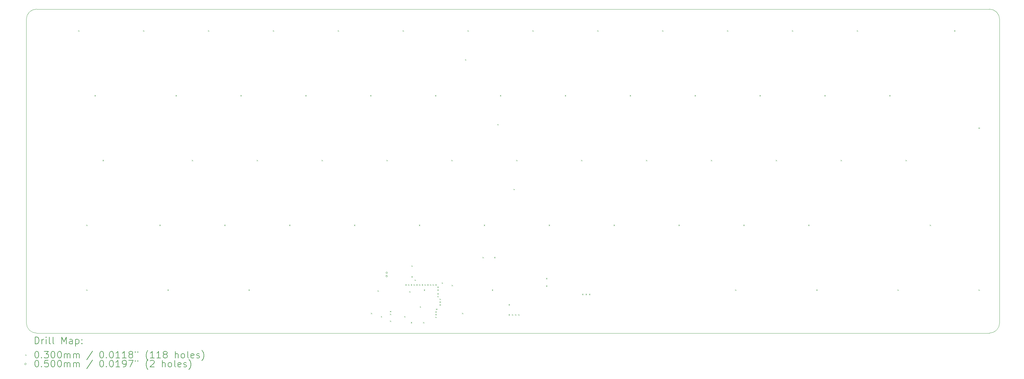
<source format=gbr>
%TF.GenerationSoftware,KiCad,Pcbnew,8.0.3*%
%TF.CreationDate,2024-10-19T17:43:03+08:00*%
%TF.ProjectId,PH60_Rev1,50483630-5f52-4657-9631-2e6b69636164,rev?*%
%TF.SameCoordinates,Original*%
%TF.FileFunction,Drillmap*%
%TF.FilePolarity,Positive*%
%FSLAX45Y45*%
G04 Gerber Fmt 4.5, Leading zero omitted, Abs format (unit mm)*
G04 Created by KiCad (PCBNEW 8.0.3) date 2024-10-19 17:43:03*
%MOMM*%
%LPD*%
G01*
G04 APERTURE LIST*
%ADD10C,0.050000*%
%ADD11C,0.200000*%
%ADD12C,0.100000*%
G04 APERTURE END LIST*
D10*
X31132500Y-2857500D02*
G75*
G02*
X31432500Y-3157500I0J-300000D01*
G01*
X3157500Y-12382500D02*
X31132500Y-12382500D01*
X31432500Y-12082500D02*
G75*
G02*
X31132500Y-12382500I-300000J0D01*
G01*
X2857500Y-3157500D02*
G75*
G02*
X3157500Y-2857500I300000J0D01*
G01*
X2857500Y-3157500D02*
X2857500Y-12082500D01*
X3157500Y-12382500D02*
G75*
G02*
X2857500Y-12082500I0J300000D01*
G01*
X31132500Y-2857500D02*
X3157500Y-2857500D01*
X31432500Y-12082500D02*
X31432500Y-3157500D01*
D11*
D12*
X4380000Y-3482500D02*
X4410000Y-3512500D01*
X4410000Y-3482500D02*
X4380000Y-3512500D01*
X4617500Y-9197500D02*
X4647500Y-9227500D01*
X4647500Y-9197500D02*
X4617500Y-9227500D01*
X4617500Y-11102500D02*
X4647500Y-11132500D01*
X4647500Y-11102500D02*
X4617500Y-11132500D01*
X4857500Y-5387500D02*
X4887500Y-5417500D01*
X4887500Y-5387500D02*
X4857500Y-5417500D01*
X5095000Y-7292500D02*
X5125000Y-7322500D01*
X5125000Y-7292500D02*
X5095000Y-7322500D01*
X6285000Y-3482500D02*
X6315000Y-3512500D01*
X6315000Y-3482500D02*
X6285000Y-3512500D01*
X6762500Y-9197500D02*
X6792500Y-9227500D01*
X6792500Y-9197500D02*
X6762500Y-9227500D01*
X7000000Y-11102500D02*
X7030000Y-11132500D01*
X7030000Y-11102500D02*
X7000000Y-11132500D01*
X7237500Y-5387500D02*
X7267500Y-5417500D01*
X7267500Y-5387500D02*
X7237500Y-5417500D01*
X7715000Y-7292500D02*
X7745000Y-7322500D01*
X7745000Y-7292500D02*
X7715000Y-7322500D01*
X8190000Y-3482500D02*
X8220000Y-3512500D01*
X8220000Y-3482500D02*
X8190000Y-3512500D01*
X8667500Y-9197500D02*
X8697500Y-9227500D01*
X8697500Y-9197500D02*
X8667500Y-9227500D01*
X9142500Y-5387500D02*
X9172500Y-5417500D01*
X9172500Y-5387500D02*
X9142500Y-5417500D01*
X9380000Y-11102500D02*
X9410000Y-11132500D01*
X9410000Y-11102500D02*
X9380000Y-11132500D01*
X9620000Y-7292500D02*
X9650000Y-7322500D01*
X9650000Y-7292500D02*
X9620000Y-7322500D01*
X10095000Y-3482500D02*
X10125000Y-3512500D01*
X10125000Y-3482500D02*
X10095000Y-3512500D01*
X10572500Y-9197500D02*
X10602500Y-9227500D01*
X10602500Y-9197500D02*
X10572500Y-9227500D01*
X11047500Y-5387500D02*
X11077500Y-5417500D01*
X11077500Y-5387500D02*
X11047500Y-5417500D01*
X11525000Y-7292500D02*
X11555000Y-7322500D01*
X11555000Y-7292500D02*
X11525000Y-7322500D01*
X12000000Y-3482500D02*
X12030000Y-3512500D01*
X12030000Y-3482500D02*
X12000000Y-3512500D01*
X12477500Y-9197500D02*
X12507500Y-9227500D01*
X12507500Y-9197500D02*
X12477500Y-9227500D01*
X12952500Y-5387500D02*
X12982500Y-5417500D01*
X12982500Y-5387500D02*
X12952500Y-5417500D01*
X12972500Y-11787500D02*
X13002500Y-11817500D01*
X13002500Y-11787500D02*
X12972500Y-11817500D01*
X13167500Y-11127500D02*
X13197500Y-11157500D01*
X13197500Y-11127500D02*
X13167500Y-11157500D01*
X13267500Y-11882500D02*
X13297500Y-11912500D01*
X13297500Y-11882500D02*
X13267500Y-11912500D01*
X13430000Y-7292500D02*
X13460000Y-7322500D01*
X13460000Y-7292500D02*
X13430000Y-7322500D01*
X13532500Y-11732500D02*
X13562500Y-11762500D01*
X13562500Y-11732500D02*
X13532500Y-11762500D01*
X13532500Y-11812500D02*
X13562500Y-11842500D01*
X13562500Y-11812500D02*
X13532500Y-11842500D01*
X13532500Y-12017500D02*
X13562500Y-12047500D01*
X13562500Y-12017500D02*
X13532500Y-12047500D01*
X13905000Y-3482500D02*
X13935000Y-3512500D01*
X13935000Y-3482500D02*
X13905000Y-3512500D01*
X13952500Y-11882500D02*
X13982500Y-11912500D01*
X13982500Y-11882500D02*
X13952500Y-11912500D01*
X13987498Y-10947500D02*
X14017498Y-10977500D01*
X14017498Y-10947500D02*
X13987498Y-10977500D01*
X14067499Y-10947500D02*
X14097499Y-10977500D01*
X14097499Y-10947500D02*
X14067499Y-10977500D01*
X14099670Y-11150330D02*
X14129670Y-11180330D01*
X14129670Y-11150330D02*
X14099670Y-11180330D01*
X14147499Y-10947500D02*
X14177499Y-10977500D01*
X14177499Y-10947500D02*
X14147499Y-10977500D01*
X14147500Y-12057500D02*
X14177500Y-12087500D01*
X14177500Y-12057500D02*
X14147500Y-12087500D01*
X14162500Y-10392500D02*
X14192500Y-10422500D01*
X14192500Y-10392500D02*
X14162500Y-10422500D01*
X14162500Y-10712500D02*
X14192500Y-10742500D01*
X14192500Y-10712500D02*
X14162500Y-10742500D01*
X14227499Y-10947500D02*
X14257499Y-10977500D01*
X14257499Y-10947500D02*
X14227499Y-10977500D01*
X14257500Y-10807500D02*
X14287500Y-10837500D01*
X14287500Y-10807500D02*
X14257500Y-10837500D01*
X14307500Y-10947500D02*
X14337500Y-10977500D01*
X14337500Y-10947500D02*
X14307500Y-10977500D01*
X14382500Y-9197500D02*
X14412500Y-9227500D01*
X14412500Y-9197500D02*
X14382500Y-9227500D01*
X14387500Y-10947500D02*
X14417500Y-10977500D01*
X14417500Y-10947500D02*
X14387500Y-10977500D01*
X14407500Y-11597500D02*
X14437500Y-11627500D01*
X14437500Y-11597500D02*
X14407500Y-11627500D01*
X14467500Y-10947500D02*
X14497500Y-10977500D01*
X14497500Y-10947500D02*
X14467500Y-10977500D01*
X14507500Y-12057500D02*
X14537500Y-12087500D01*
X14537500Y-12057500D02*
X14507500Y-12087500D01*
X14527500Y-11101124D02*
X14557500Y-11131124D01*
X14557500Y-11101124D02*
X14527500Y-11131124D01*
X14547501Y-10947500D02*
X14577501Y-10977500D01*
X14577501Y-10947500D02*
X14547501Y-10977500D01*
X14627501Y-10947500D02*
X14657501Y-10977500D01*
X14657501Y-10947500D02*
X14627501Y-10977500D01*
X14707501Y-10947500D02*
X14737501Y-10977500D01*
X14737501Y-10947500D02*
X14707501Y-10977500D01*
X14787501Y-10947500D02*
X14817501Y-10977500D01*
X14817501Y-10947500D02*
X14787501Y-10977500D01*
X14857500Y-5387500D02*
X14887500Y-5417500D01*
X14887500Y-5387500D02*
X14857500Y-5417500D01*
X14867500Y-11742500D02*
X14897500Y-11772500D01*
X14897500Y-11742500D02*
X14867500Y-11772500D01*
X14867500Y-11822500D02*
X14897500Y-11852500D01*
X14897500Y-11822500D02*
X14867500Y-11852500D01*
X14867500Y-11902501D02*
X14897500Y-11932501D01*
X14897500Y-11902501D02*
X14867500Y-11932501D01*
X14867502Y-10947500D02*
X14897502Y-10977500D01*
X14897502Y-10947500D02*
X14867502Y-10977500D01*
X14886021Y-11664673D02*
X14916021Y-11694673D01*
X14916021Y-11664673D02*
X14886021Y-11694673D01*
X14927500Y-11017500D02*
X14957500Y-11047500D01*
X14957500Y-11017500D02*
X14927500Y-11047500D01*
X14927500Y-11102353D02*
X14957500Y-11132353D01*
X14957500Y-11102353D02*
X14927500Y-11132353D01*
X14927500Y-11212499D02*
X14957500Y-11242499D01*
X14957500Y-11212499D02*
X14927500Y-11242499D01*
X14927500Y-11292499D02*
X14957500Y-11322499D01*
X14957500Y-11292499D02*
X14927500Y-11322499D01*
X14986969Y-11450910D02*
X15016969Y-11480910D01*
X15016969Y-11450910D02*
X14986969Y-11480910D01*
X14988211Y-11536789D02*
X15018211Y-11566789D01*
X15018211Y-11536789D02*
X14988211Y-11566789D01*
X14989275Y-11370943D02*
X15019275Y-11400943D01*
X15019275Y-11370943D02*
X14989275Y-11400943D01*
X15052500Y-10892500D02*
X15082500Y-10922500D01*
X15082500Y-10892500D02*
X15052500Y-10922500D01*
X15335000Y-7292500D02*
X15365000Y-7322500D01*
X15365000Y-7292500D02*
X15335000Y-7322500D01*
X15344852Y-10964853D02*
X15374852Y-10994853D01*
X15374852Y-10964853D02*
X15344852Y-10994853D01*
X15647500Y-11787500D02*
X15677500Y-11817500D01*
X15677500Y-11787500D02*
X15647500Y-11817500D01*
X15737500Y-4332500D02*
X15767500Y-4362500D01*
X15767500Y-4332500D02*
X15737500Y-4362500D01*
X15810000Y-3482500D02*
X15840000Y-3512500D01*
X15840000Y-3482500D02*
X15810000Y-3512500D01*
X16252500Y-10145000D02*
X16282500Y-10175000D01*
X16282500Y-10145000D02*
X16252500Y-10175000D01*
X16287500Y-9197500D02*
X16317500Y-9227500D01*
X16317500Y-9197500D02*
X16287500Y-9227500D01*
X16525000Y-11102500D02*
X16555000Y-11132500D01*
X16555000Y-11102500D02*
X16525000Y-11132500D01*
X16592500Y-10142500D02*
X16622500Y-10172500D01*
X16622500Y-10142500D02*
X16592500Y-10172500D01*
X16687500Y-6237500D02*
X16717500Y-6267500D01*
X16717500Y-6237500D02*
X16687500Y-6267500D01*
X16762500Y-5387500D02*
X16792500Y-5417500D01*
X16792500Y-5387500D02*
X16762500Y-5417500D01*
X17017500Y-11532500D02*
X17047500Y-11562500D01*
X17047500Y-11532500D02*
X17017500Y-11562500D01*
X17017500Y-11827500D02*
X17047500Y-11857500D01*
X17047500Y-11827500D02*
X17017500Y-11857500D01*
X17112500Y-11827500D02*
X17142500Y-11857500D01*
X17142500Y-11827500D02*
X17112500Y-11857500D01*
X17162500Y-8142500D02*
X17192500Y-8172500D01*
X17192500Y-8142500D02*
X17162500Y-8172500D01*
X17207500Y-11827500D02*
X17237500Y-11857500D01*
X17237500Y-11827500D02*
X17207500Y-11857500D01*
X17240000Y-7292500D02*
X17270000Y-7322500D01*
X17270000Y-7292500D02*
X17240000Y-7322500D01*
X17302500Y-11827500D02*
X17332500Y-11857500D01*
X17332500Y-11827500D02*
X17302500Y-11857500D01*
X17715000Y-3482500D02*
X17745000Y-3512500D01*
X17745000Y-3482500D02*
X17715000Y-3512500D01*
X18117500Y-10762500D02*
X18147500Y-10792500D01*
X18147500Y-10762500D02*
X18117500Y-10792500D01*
X18117500Y-10982500D02*
X18147500Y-11012500D01*
X18147500Y-10982500D02*
X18117500Y-11012500D01*
X18192500Y-9197500D02*
X18222500Y-9227500D01*
X18222500Y-9197500D02*
X18192500Y-9227500D01*
X18667500Y-5387500D02*
X18697500Y-5417500D01*
X18697500Y-5387500D02*
X18667500Y-5417500D01*
X19145000Y-7292500D02*
X19175000Y-7322500D01*
X19175000Y-7292500D02*
X19145000Y-7322500D01*
X19177500Y-11227500D02*
X19207500Y-11257500D01*
X19207500Y-11227500D02*
X19177500Y-11257500D01*
X19277500Y-11227500D02*
X19307500Y-11257500D01*
X19307500Y-11227500D02*
X19277500Y-11257500D01*
X19377500Y-11227500D02*
X19407500Y-11257500D01*
X19407500Y-11227500D02*
X19377500Y-11257500D01*
X19622500Y-3482500D02*
X19652500Y-3512500D01*
X19652500Y-3482500D02*
X19622500Y-3512500D01*
X20097500Y-9197500D02*
X20127500Y-9227500D01*
X20127500Y-9197500D02*
X20097500Y-9227500D01*
X20572500Y-5387500D02*
X20602500Y-5417500D01*
X20602500Y-5387500D02*
X20572500Y-5417500D01*
X21050000Y-7292500D02*
X21080000Y-7322500D01*
X21080000Y-7292500D02*
X21050000Y-7322500D01*
X21527500Y-3482500D02*
X21557500Y-3512500D01*
X21557500Y-3482500D02*
X21527500Y-3512500D01*
X22002500Y-9197500D02*
X22032500Y-9227500D01*
X22032500Y-9197500D02*
X22002500Y-9227500D01*
X22477500Y-5387500D02*
X22507500Y-5417500D01*
X22507500Y-5387500D02*
X22477500Y-5417500D01*
X22955000Y-7292500D02*
X22985000Y-7322500D01*
X22985000Y-7292500D02*
X22955000Y-7322500D01*
X23430000Y-3482500D02*
X23460000Y-3512500D01*
X23460000Y-3482500D02*
X23430000Y-3512500D01*
X23667500Y-11102500D02*
X23697500Y-11132500D01*
X23697500Y-11102500D02*
X23667500Y-11132500D01*
X23907500Y-9197500D02*
X23937500Y-9227500D01*
X23937500Y-9197500D02*
X23907500Y-9227500D01*
X24382500Y-5387500D02*
X24412500Y-5417500D01*
X24412500Y-5387500D02*
X24382500Y-5417500D01*
X24860000Y-7292500D02*
X24890000Y-7322500D01*
X24890000Y-7292500D02*
X24860000Y-7322500D01*
X25335000Y-3482500D02*
X25365000Y-3512500D01*
X25365000Y-3482500D02*
X25335000Y-3512500D01*
X25812500Y-9197500D02*
X25842500Y-9227500D01*
X25842500Y-9197500D02*
X25812500Y-9227500D01*
X26050000Y-11102500D02*
X26080000Y-11132500D01*
X26080000Y-11102500D02*
X26050000Y-11132500D01*
X26287500Y-5387500D02*
X26317500Y-5417500D01*
X26317500Y-5387500D02*
X26287500Y-5417500D01*
X26765000Y-7292500D02*
X26795000Y-7322500D01*
X26795000Y-7292500D02*
X26765000Y-7322500D01*
X27240000Y-3482500D02*
X27270000Y-3512500D01*
X27270000Y-3482500D02*
X27240000Y-3512500D01*
X28192500Y-5387500D02*
X28222500Y-5417500D01*
X28222500Y-5387500D02*
X28192500Y-5417500D01*
X28432500Y-11102500D02*
X28462500Y-11132500D01*
X28462500Y-11102500D02*
X28432500Y-11132500D01*
X28670000Y-7292500D02*
X28700000Y-7322500D01*
X28700000Y-7292500D02*
X28670000Y-7322500D01*
X29382500Y-9197500D02*
X29412500Y-9227500D01*
X29412500Y-9197500D02*
X29382500Y-9227500D01*
X30097500Y-3482500D02*
X30127500Y-3512500D01*
X30127500Y-3482500D02*
X30097500Y-3512500D01*
X30812500Y-6340000D02*
X30842500Y-6370000D01*
X30842500Y-6340000D02*
X30812500Y-6370000D01*
X30812500Y-11102500D02*
X30842500Y-11132500D01*
X30842500Y-11102500D02*
X30812500Y-11132500D01*
X13462500Y-10607500D02*
G75*
G02*
X13412500Y-10607500I-25000J0D01*
G01*
X13412500Y-10607500D02*
G75*
G02*
X13462500Y-10607500I25000J0D01*
G01*
X13462500Y-10707500D02*
G75*
G02*
X13412500Y-10707500I-25000J0D01*
G01*
X13412500Y-10707500D02*
G75*
G02*
X13462500Y-10707500I25000J0D01*
G01*
D11*
X3115777Y-12696484D02*
X3115777Y-12496484D01*
X3115777Y-12496484D02*
X3163396Y-12496484D01*
X3163396Y-12496484D02*
X3191967Y-12506008D01*
X3191967Y-12506008D02*
X3211015Y-12525055D01*
X3211015Y-12525055D02*
X3220539Y-12544103D01*
X3220539Y-12544103D02*
X3230062Y-12582198D01*
X3230062Y-12582198D02*
X3230062Y-12610769D01*
X3230062Y-12610769D02*
X3220539Y-12648865D01*
X3220539Y-12648865D02*
X3211015Y-12667912D01*
X3211015Y-12667912D02*
X3191967Y-12686960D01*
X3191967Y-12686960D02*
X3163396Y-12696484D01*
X3163396Y-12696484D02*
X3115777Y-12696484D01*
X3315777Y-12696484D02*
X3315777Y-12563150D01*
X3315777Y-12601246D02*
X3325301Y-12582198D01*
X3325301Y-12582198D02*
X3334824Y-12572674D01*
X3334824Y-12572674D02*
X3353872Y-12563150D01*
X3353872Y-12563150D02*
X3372920Y-12563150D01*
X3439586Y-12696484D02*
X3439586Y-12563150D01*
X3439586Y-12496484D02*
X3430062Y-12506008D01*
X3430062Y-12506008D02*
X3439586Y-12515531D01*
X3439586Y-12515531D02*
X3449110Y-12506008D01*
X3449110Y-12506008D02*
X3439586Y-12496484D01*
X3439586Y-12496484D02*
X3439586Y-12515531D01*
X3563396Y-12696484D02*
X3544348Y-12686960D01*
X3544348Y-12686960D02*
X3534824Y-12667912D01*
X3534824Y-12667912D02*
X3534824Y-12496484D01*
X3668158Y-12696484D02*
X3649110Y-12686960D01*
X3649110Y-12686960D02*
X3639586Y-12667912D01*
X3639586Y-12667912D02*
X3639586Y-12496484D01*
X3896729Y-12696484D02*
X3896729Y-12496484D01*
X3896729Y-12496484D02*
X3963396Y-12639341D01*
X3963396Y-12639341D02*
X4030062Y-12496484D01*
X4030062Y-12496484D02*
X4030062Y-12696484D01*
X4211015Y-12696484D02*
X4211015Y-12591722D01*
X4211015Y-12591722D02*
X4201491Y-12572674D01*
X4201491Y-12572674D02*
X4182443Y-12563150D01*
X4182443Y-12563150D02*
X4144348Y-12563150D01*
X4144348Y-12563150D02*
X4125301Y-12572674D01*
X4211015Y-12686960D02*
X4191967Y-12696484D01*
X4191967Y-12696484D02*
X4144348Y-12696484D01*
X4144348Y-12696484D02*
X4125301Y-12686960D01*
X4125301Y-12686960D02*
X4115777Y-12667912D01*
X4115777Y-12667912D02*
X4115777Y-12648865D01*
X4115777Y-12648865D02*
X4125301Y-12629817D01*
X4125301Y-12629817D02*
X4144348Y-12620293D01*
X4144348Y-12620293D02*
X4191967Y-12620293D01*
X4191967Y-12620293D02*
X4211015Y-12610769D01*
X4306253Y-12563150D02*
X4306253Y-12763150D01*
X4306253Y-12572674D02*
X4325301Y-12563150D01*
X4325301Y-12563150D02*
X4363396Y-12563150D01*
X4363396Y-12563150D02*
X4382444Y-12572674D01*
X4382444Y-12572674D02*
X4391967Y-12582198D01*
X4391967Y-12582198D02*
X4401491Y-12601246D01*
X4401491Y-12601246D02*
X4401491Y-12658388D01*
X4401491Y-12658388D02*
X4391967Y-12677436D01*
X4391967Y-12677436D02*
X4382444Y-12686960D01*
X4382444Y-12686960D02*
X4363396Y-12696484D01*
X4363396Y-12696484D02*
X4325301Y-12696484D01*
X4325301Y-12696484D02*
X4306253Y-12686960D01*
X4487205Y-12677436D02*
X4496729Y-12686960D01*
X4496729Y-12686960D02*
X4487205Y-12696484D01*
X4487205Y-12696484D02*
X4477682Y-12686960D01*
X4477682Y-12686960D02*
X4487205Y-12677436D01*
X4487205Y-12677436D02*
X4487205Y-12696484D01*
X4487205Y-12572674D02*
X4496729Y-12582198D01*
X4496729Y-12582198D02*
X4487205Y-12591722D01*
X4487205Y-12591722D02*
X4477682Y-12582198D01*
X4477682Y-12582198D02*
X4487205Y-12572674D01*
X4487205Y-12572674D02*
X4487205Y-12591722D01*
D12*
X2825000Y-13010000D02*
X2855000Y-13040000D01*
X2855000Y-13010000D02*
X2825000Y-13040000D01*
D11*
X3153872Y-12916484D02*
X3172920Y-12916484D01*
X3172920Y-12916484D02*
X3191967Y-12926008D01*
X3191967Y-12926008D02*
X3201491Y-12935531D01*
X3201491Y-12935531D02*
X3211015Y-12954579D01*
X3211015Y-12954579D02*
X3220539Y-12992674D01*
X3220539Y-12992674D02*
X3220539Y-13040293D01*
X3220539Y-13040293D02*
X3211015Y-13078388D01*
X3211015Y-13078388D02*
X3201491Y-13097436D01*
X3201491Y-13097436D02*
X3191967Y-13106960D01*
X3191967Y-13106960D02*
X3172920Y-13116484D01*
X3172920Y-13116484D02*
X3153872Y-13116484D01*
X3153872Y-13116484D02*
X3134824Y-13106960D01*
X3134824Y-13106960D02*
X3125301Y-13097436D01*
X3125301Y-13097436D02*
X3115777Y-13078388D01*
X3115777Y-13078388D02*
X3106253Y-13040293D01*
X3106253Y-13040293D02*
X3106253Y-12992674D01*
X3106253Y-12992674D02*
X3115777Y-12954579D01*
X3115777Y-12954579D02*
X3125301Y-12935531D01*
X3125301Y-12935531D02*
X3134824Y-12926008D01*
X3134824Y-12926008D02*
X3153872Y-12916484D01*
X3306253Y-13097436D02*
X3315777Y-13106960D01*
X3315777Y-13106960D02*
X3306253Y-13116484D01*
X3306253Y-13116484D02*
X3296729Y-13106960D01*
X3296729Y-13106960D02*
X3306253Y-13097436D01*
X3306253Y-13097436D02*
X3306253Y-13116484D01*
X3382443Y-12916484D02*
X3506253Y-12916484D01*
X3506253Y-12916484D02*
X3439586Y-12992674D01*
X3439586Y-12992674D02*
X3468158Y-12992674D01*
X3468158Y-12992674D02*
X3487205Y-13002198D01*
X3487205Y-13002198D02*
X3496729Y-13011722D01*
X3496729Y-13011722D02*
X3506253Y-13030769D01*
X3506253Y-13030769D02*
X3506253Y-13078388D01*
X3506253Y-13078388D02*
X3496729Y-13097436D01*
X3496729Y-13097436D02*
X3487205Y-13106960D01*
X3487205Y-13106960D02*
X3468158Y-13116484D01*
X3468158Y-13116484D02*
X3411015Y-13116484D01*
X3411015Y-13116484D02*
X3391967Y-13106960D01*
X3391967Y-13106960D02*
X3382443Y-13097436D01*
X3630062Y-12916484D02*
X3649110Y-12916484D01*
X3649110Y-12916484D02*
X3668158Y-12926008D01*
X3668158Y-12926008D02*
X3677682Y-12935531D01*
X3677682Y-12935531D02*
X3687205Y-12954579D01*
X3687205Y-12954579D02*
X3696729Y-12992674D01*
X3696729Y-12992674D02*
X3696729Y-13040293D01*
X3696729Y-13040293D02*
X3687205Y-13078388D01*
X3687205Y-13078388D02*
X3677682Y-13097436D01*
X3677682Y-13097436D02*
X3668158Y-13106960D01*
X3668158Y-13106960D02*
X3649110Y-13116484D01*
X3649110Y-13116484D02*
X3630062Y-13116484D01*
X3630062Y-13116484D02*
X3611015Y-13106960D01*
X3611015Y-13106960D02*
X3601491Y-13097436D01*
X3601491Y-13097436D02*
X3591967Y-13078388D01*
X3591967Y-13078388D02*
X3582443Y-13040293D01*
X3582443Y-13040293D02*
X3582443Y-12992674D01*
X3582443Y-12992674D02*
X3591967Y-12954579D01*
X3591967Y-12954579D02*
X3601491Y-12935531D01*
X3601491Y-12935531D02*
X3611015Y-12926008D01*
X3611015Y-12926008D02*
X3630062Y-12916484D01*
X3820539Y-12916484D02*
X3839586Y-12916484D01*
X3839586Y-12916484D02*
X3858634Y-12926008D01*
X3858634Y-12926008D02*
X3868158Y-12935531D01*
X3868158Y-12935531D02*
X3877682Y-12954579D01*
X3877682Y-12954579D02*
X3887205Y-12992674D01*
X3887205Y-12992674D02*
X3887205Y-13040293D01*
X3887205Y-13040293D02*
X3877682Y-13078388D01*
X3877682Y-13078388D02*
X3868158Y-13097436D01*
X3868158Y-13097436D02*
X3858634Y-13106960D01*
X3858634Y-13106960D02*
X3839586Y-13116484D01*
X3839586Y-13116484D02*
X3820539Y-13116484D01*
X3820539Y-13116484D02*
X3801491Y-13106960D01*
X3801491Y-13106960D02*
X3791967Y-13097436D01*
X3791967Y-13097436D02*
X3782443Y-13078388D01*
X3782443Y-13078388D02*
X3772920Y-13040293D01*
X3772920Y-13040293D02*
X3772920Y-12992674D01*
X3772920Y-12992674D02*
X3782443Y-12954579D01*
X3782443Y-12954579D02*
X3791967Y-12935531D01*
X3791967Y-12935531D02*
X3801491Y-12926008D01*
X3801491Y-12926008D02*
X3820539Y-12916484D01*
X3972920Y-13116484D02*
X3972920Y-12983150D01*
X3972920Y-13002198D02*
X3982443Y-12992674D01*
X3982443Y-12992674D02*
X4001491Y-12983150D01*
X4001491Y-12983150D02*
X4030063Y-12983150D01*
X4030063Y-12983150D02*
X4049110Y-12992674D01*
X4049110Y-12992674D02*
X4058634Y-13011722D01*
X4058634Y-13011722D02*
X4058634Y-13116484D01*
X4058634Y-13011722D02*
X4068158Y-12992674D01*
X4068158Y-12992674D02*
X4087205Y-12983150D01*
X4087205Y-12983150D02*
X4115777Y-12983150D01*
X4115777Y-12983150D02*
X4134824Y-12992674D01*
X4134824Y-12992674D02*
X4144348Y-13011722D01*
X4144348Y-13011722D02*
X4144348Y-13116484D01*
X4239586Y-13116484D02*
X4239586Y-12983150D01*
X4239586Y-13002198D02*
X4249110Y-12992674D01*
X4249110Y-12992674D02*
X4268158Y-12983150D01*
X4268158Y-12983150D02*
X4296729Y-12983150D01*
X4296729Y-12983150D02*
X4315777Y-12992674D01*
X4315777Y-12992674D02*
X4325301Y-13011722D01*
X4325301Y-13011722D02*
X4325301Y-13116484D01*
X4325301Y-13011722D02*
X4334825Y-12992674D01*
X4334825Y-12992674D02*
X4353872Y-12983150D01*
X4353872Y-12983150D02*
X4382444Y-12983150D01*
X4382444Y-12983150D02*
X4401491Y-12992674D01*
X4401491Y-12992674D02*
X4411015Y-13011722D01*
X4411015Y-13011722D02*
X4411015Y-13116484D01*
X4801491Y-12906960D02*
X4630063Y-13164103D01*
X5058634Y-12916484D02*
X5077682Y-12916484D01*
X5077682Y-12916484D02*
X5096729Y-12926008D01*
X5096729Y-12926008D02*
X5106253Y-12935531D01*
X5106253Y-12935531D02*
X5115777Y-12954579D01*
X5115777Y-12954579D02*
X5125301Y-12992674D01*
X5125301Y-12992674D02*
X5125301Y-13040293D01*
X5125301Y-13040293D02*
X5115777Y-13078388D01*
X5115777Y-13078388D02*
X5106253Y-13097436D01*
X5106253Y-13097436D02*
X5096729Y-13106960D01*
X5096729Y-13106960D02*
X5077682Y-13116484D01*
X5077682Y-13116484D02*
X5058634Y-13116484D01*
X5058634Y-13116484D02*
X5039587Y-13106960D01*
X5039587Y-13106960D02*
X5030063Y-13097436D01*
X5030063Y-13097436D02*
X5020539Y-13078388D01*
X5020539Y-13078388D02*
X5011015Y-13040293D01*
X5011015Y-13040293D02*
X5011015Y-12992674D01*
X5011015Y-12992674D02*
X5020539Y-12954579D01*
X5020539Y-12954579D02*
X5030063Y-12935531D01*
X5030063Y-12935531D02*
X5039587Y-12926008D01*
X5039587Y-12926008D02*
X5058634Y-12916484D01*
X5211015Y-13097436D02*
X5220539Y-13106960D01*
X5220539Y-13106960D02*
X5211015Y-13116484D01*
X5211015Y-13116484D02*
X5201491Y-13106960D01*
X5201491Y-13106960D02*
X5211015Y-13097436D01*
X5211015Y-13097436D02*
X5211015Y-13116484D01*
X5344348Y-12916484D02*
X5363396Y-12916484D01*
X5363396Y-12916484D02*
X5382444Y-12926008D01*
X5382444Y-12926008D02*
X5391968Y-12935531D01*
X5391968Y-12935531D02*
X5401491Y-12954579D01*
X5401491Y-12954579D02*
X5411015Y-12992674D01*
X5411015Y-12992674D02*
X5411015Y-13040293D01*
X5411015Y-13040293D02*
X5401491Y-13078388D01*
X5401491Y-13078388D02*
X5391968Y-13097436D01*
X5391968Y-13097436D02*
X5382444Y-13106960D01*
X5382444Y-13106960D02*
X5363396Y-13116484D01*
X5363396Y-13116484D02*
X5344348Y-13116484D01*
X5344348Y-13116484D02*
X5325301Y-13106960D01*
X5325301Y-13106960D02*
X5315777Y-13097436D01*
X5315777Y-13097436D02*
X5306253Y-13078388D01*
X5306253Y-13078388D02*
X5296729Y-13040293D01*
X5296729Y-13040293D02*
X5296729Y-12992674D01*
X5296729Y-12992674D02*
X5306253Y-12954579D01*
X5306253Y-12954579D02*
X5315777Y-12935531D01*
X5315777Y-12935531D02*
X5325301Y-12926008D01*
X5325301Y-12926008D02*
X5344348Y-12916484D01*
X5601491Y-13116484D02*
X5487206Y-13116484D01*
X5544348Y-13116484D02*
X5544348Y-12916484D01*
X5544348Y-12916484D02*
X5525301Y-12945055D01*
X5525301Y-12945055D02*
X5506253Y-12964103D01*
X5506253Y-12964103D02*
X5487206Y-12973627D01*
X5791967Y-13116484D02*
X5677682Y-13116484D01*
X5734825Y-13116484D02*
X5734825Y-12916484D01*
X5734825Y-12916484D02*
X5715777Y-12945055D01*
X5715777Y-12945055D02*
X5696729Y-12964103D01*
X5696729Y-12964103D02*
X5677682Y-12973627D01*
X5906253Y-13002198D02*
X5887206Y-12992674D01*
X5887206Y-12992674D02*
X5877682Y-12983150D01*
X5877682Y-12983150D02*
X5868158Y-12964103D01*
X5868158Y-12964103D02*
X5868158Y-12954579D01*
X5868158Y-12954579D02*
X5877682Y-12935531D01*
X5877682Y-12935531D02*
X5887206Y-12926008D01*
X5887206Y-12926008D02*
X5906253Y-12916484D01*
X5906253Y-12916484D02*
X5944348Y-12916484D01*
X5944348Y-12916484D02*
X5963396Y-12926008D01*
X5963396Y-12926008D02*
X5972920Y-12935531D01*
X5972920Y-12935531D02*
X5982444Y-12954579D01*
X5982444Y-12954579D02*
X5982444Y-12964103D01*
X5982444Y-12964103D02*
X5972920Y-12983150D01*
X5972920Y-12983150D02*
X5963396Y-12992674D01*
X5963396Y-12992674D02*
X5944348Y-13002198D01*
X5944348Y-13002198D02*
X5906253Y-13002198D01*
X5906253Y-13002198D02*
X5887206Y-13011722D01*
X5887206Y-13011722D02*
X5877682Y-13021246D01*
X5877682Y-13021246D02*
X5868158Y-13040293D01*
X5868158Y-13040293D02*
X5868158Y-13078388D01*
X5868158Y-13078388D02*
X5877682Y-13097436D01*
X5877682Y-13097436D02*
X5887206Y-13106960D01*
X5887206Y-13106960D02*
X5906253Y-13116484D01*
X5906253Y-13116484D02*
X5944348Y-13116484D01*
X5944348Y-13116484D02*
X5963396Y-13106960D01*
X5963396Y-13106960D02*
X5972920Y-13097436D01*
X5972920Y-13097436D02*
X5982444Y-13078388D01*
X5982444Y-13078388D02*
X5982444Y-13040293D01*
X5982444Y-13040293D02*
X5972920Y-13021246D01*
X5972920Y-13021246D02*
X5963396Y-13011722D01*
X5963396Y-13011722D02*
X5944348Y-13002198D01*
X6058634Y-12916484D02*
X6058634Y-12954579D01*
X6134825Y-12916484D02*
X6134825Y-12954579D01*
X6430063Y-13192674D02*
X6420539Y-13183150D01*
X6420539Y-13183150D02*
X6401491Y-13154579D01*
X6401491Y-13154579D02*
X6391968Y-13135531D01*
X6391968Y-13135531D02*
X6382444Y-13106960D01*
X6382444Y-13106960D02*
X6372920Y-13059341D01*
X6372920Y-13059341D02*
X6372920Y-13021246D01*
X6372920Y-13021246D02*
X6382444Y-12973627D01*
X6382444Y-12973627D02*
X6391968Y-12945055D01*
X6391968Y-12945055D02*
X6401491Y-12926008D01*
X6401491Y-12926008D02*
X6420539Y-12897436D01*
X6420539Y-12897436D02*
X6430063Y-12887912D01*
X6611015Y-13116484D02*
X6496729Y-13116484D01*
X6553872Y-13116484D02*
X6553872Y-12916484D01*
X6553872Y-12916484D02*
X6534825Y-12945055D01*
X6534825Y-12945055D02*
X6515777Y-12964103D01*
X6515777Y-12964103D02*
X6496729Y-12973627D01*
X6801491Y-13116484D02*
X6687206Y-13116484D01*
X6744348Y-13116484D02*
X6744348Y-12916484D01*
X6744348Y-12916484D02*
X6725301Y-12945055D01*
X6725301Y-12945055D02*
X6706253Y-12964103D01*
X6706253Y-12964103D02*
X6687206Y-12973627D01*
X6915777Y-13002198D02*
X6896729Y-12992674D01*
X6896729Y-12992674D02*
X6887206Y-12983150D01*
X6887206Y-12983150D02*
X6877682Y-12964103D01*
X6877682Y-12964103D02*
X6877682Y-12954579D01*
X6877682Y-12954579D02*
X6887206Y-12935531D01*
X6887206Y-12935531D02*
X6896729Y-12926008D01*
X6896729Y-12926008D02*
X6915777Y-12916484D01*
X6915777Y-12916484D02*
X6953872Y-12916484D01*
X6953872Y-12916484D02*
X6972920Y-12926008D01*
X6972920Y-12926008D02*
X6982444Y-12935531D01*
X6982444Y-12935531D02*
X6991968Y-12954579D01*
X6991968Y-12954579D02*
X6991968Y-12964103D01*
X6991968Y-12964103D02*
X6982444Y-12983150D01*
X6982444Y-12983150D02*
X6972920Y-12992674D01*
X6972920Y-12992674D02*
X6953872Y-13002198D01*
X6953872Y-13002198D02*
X6915777Y-13002198D01*
X6915777Y-13002198D02*
X6896729Y-13011722D01*
X6896729Y-13011722D02*
X6887206Y-13021246D01*
X6887206Y-13021246D02*
X6877682Y-13040293D01*
X6877682Y-13040293D02*
X6877682Y-13078388D01*
X6877682Y-13078388D02*
X6887206Y-13097436D01*
X6887206Y-13097436D02*
X6896729Y-13106960D01*
X6896729Y-13106960D02*
X6915777Y-13116484D01*
X6915777Y-13116484D02*
X6953872Y-13116484D01*
X6953872Y-13116484D02*
X6972920Y-13106960D01*
X6972920Y-13106960D02*
X6982444Y-13097436D01*
X6982444Y-13097436D02*
X6991968Y-13078388D01*
X6991968Y-13078388D02*
X6991968Y-13040293D01*
X6991968Y-13040293D02*
X6982444Y-13021246D01*
X6982444Y-13021246D02*
X6972920Y-13011722D01*
X6972920Y-13011722D02*
X6953872Y-13002198D01*
X7230063Y-13116484D02*
X7230063Y-12916484D01*
X7315777Y-13116484D02*
X7315777Y-13011722D01*
X7315777Y-13011722D02*
X7306253Y-12992674D01*
X7306253Y-12992674D02*
X7287206Y-12983150D01*
X7287206Y-12983150D02*
X7258634Y-12983150D01*
X7258634Y-12983150D02*
X7239587Y-12992674D01*
X7239587Y-12992674D02*
X7230063Y-13002198D01*
X7439587Y-13116484D02*
X7420539Y-13106960D01*
X7420539Y-13106960D02*
X7411015Y-13097436D01*
X7411015Y-13097436D02*
X7401491Y-13078388D01*
X7401491Y-13078388D02*
X7401491Y-13021246D01*
X7401491Y-13021246D02*
X7411015Y-13002198D01*
X7411015Y-13002198D02*
X7420539Y-12992674D01*
X7420539Y-12992674D02*
X7439587Y-12983150D01*
X7439587Y-12983150D02*
X7468158Y-12983150D01*
X7468158Y-12983150D02*
X7487206Y-12992674D01*
X7487206Y-12992674D02*
X7496730Y-13002198D01*
X7496730Y-13002198D02*
X7506253Y-13021246D01*
X7506253Y-13021246D02*
X7506253Y-13078388D01*
X7506253Y-13078388D02*
X7496730Y-13097436D01*
X7496730Y-13097436D02*
X7487206Y-13106960D01*
X7487206Y-13106960D02*
X7468158Y-13116484D01*
X7468158Y-13116484D02*
X7439587Y-13116484D01*
X7620539Y-13116484D02*
X7601491Y-13106960D01*
X7601491Y-13106960D02*
X7591968Y-13087912D01*
X7591968Y-13087912D02*
X7591968Y-12916484D01*
X7772920Y-13106960D02*
X7753872Y-13116484D01*
X7753872Y-13116484D02*
X7715777Y-13116484D01*
X7715777Y-13116484D02*
X7696730Y-13106960D01*
X7696730Y-13106960D02*
X7687206Y-13087912D01*
X7687206Y-13087912D02*
X7687206Y-13011722D01*
X7687206Y-13011722D02*
X7696730Y-12992674D01*
X7696730Y-12992674D02*
X7715777Y-12983150D01*
X7715777Y-12983150D02*
X7753872Y-12983150D01*
X7753872Y-12983150D02*
X7772920Y-12992674D01*
X7772920Y-12992674D02*
X7782444Y-13011722D01*
X7782444Y-13011722D02*
X7782444Y-13030769D01*
X7782444Y-13030769D02*
X7687206Y-13049817D01*
X7858634Y-13106960D02*
X7877682Y-13116484D01*
X7877682Y-13116484D02*
X7915777Y-13116484D01*
X7915777Y-13116484D02*
X7934825Y-13106960D01*
X7934825Y-13106960D02*
X7944349Y-13087912D01*
X7944349Y-13087912D02*
X7944349Y-13078388D01*
X7944349Y-13078388D02*
X7934825Y-13059341D01*
X7934825Y-13059341D02*
X7915777Y-13049817D01*
X7915777Y-13049817D02*
X7887206Y-13049817D01*
X7887206Y-13049817D02*
X7868158Y-13040293D01*
X7868158Y-13040293D02*
X7858634Y-13021246D01*
X7858634Y-13021246D02*
X7858634Y-13011722D01*
X7858634Y-13011722D02*
X7868158Y-12992674D01*
X7868158Y-12992674D02*
X7887206Y-12983150D01*
X7887206Y-12983150D02*
X7915777Y-12983150D01*
X7915777Y-12983150D02*
X7934825Y-12992674D01*
X8011015Y-13192674D02*
X8020539Y-13183150D01*
X8020539Y-13183150D02*
X8039587Y-13154579D01*
X8039587Y-13154579D02*
X8049111Y-13135531D01*
X8049111Y-13135531D02*
X8058634Y-13106960D01*
X8058634Y-13106960D02*
X8068158Y-13059341D01*
X8068158Y-13059341D02*
X8068158Y-13021246D01*
X8068158Y-13021246D02*
X8058634Y-12973627D01*
X8058634Y-12973627D02*
X8049111Y-12945055D01*
X8049111Y-12945055D02*
X8039587Y-12926008D01*
X8039587Y-12926008D02*
X8020539Y-12897436D01*
X8020539Y-12897436D02*
X8011015Y-12887912D01*
D12*
X2855000Y-13289000D02*
G75*
G02*
X2805000Y-13289000I-25000J0D01*
G01*
X2805000Y-13289000D02*
G75*
G02*
X2855000Y-13289000I25000J0D01*
G01*
D11*
X3153872Y-13180484D02*
X3172920Y-13180484D01*
X3172920Y-13180484D02*
X3191967Y-13190008D01*
X3191967Y-13190008D02*
X3201491Y-13199531D01*
X3201491Y-13199531D02*
X3211015Y-13218579D01*
X3211015Y-13218579D02*
X3220539Y-13256674D01*
X3220539Y-13256674D02*
X3220539Y-13304293D01*
X3220539Y-13304293D02*
X3211015Y-13342388D01*
X3211015Y-13342388D02*
X3201491Y-13361436D01*
X3201491Y-13361436D02*
X3191967Y-13370960D01*
X3191967Y-13370960D02*
X3172920Y-13380484D01*
X3172920Y-13380484D02*
X3153872Y-13380484D01*
X3153872Y-13380484D02*
X3134824Y-13370960D01*
X3134824Y-13370960D02*
X3125301Y-13361436D01*
X3125301Y-13361436D02*
X3115777Y-13342388D01*
X3115777Y-13342388D02*
X3106253Y-13304293D01*
X3106253Y-13304293D02*
X3106253Y-13256674D01*
X3106253Y-13256674D02*
X3115777Y-13218579D01*
X3115777Y-13218579D02*
X3125301Y-13199531D01*
X3125301Y-13199531D02*
X3134824Y-13190008D01*
X3134824Y-13190008D02*
X3153872Y-13180484D01*
X3306253Y-13361436D02*
X3315777Y-13370960D01*
X3315777Y-13370960D02*
X3306253Y-13380484D01*
X3306253Y-13380484D02*
X3296729Y-13370960D01*
X3296729Y-13370960D02*
X3306253Y-13361436D01*
X3306253Y-13361436D02*
X3306253Y-13380484D01*
X3496729Y-13180484D02*
X3401491Y-13180484D01*
X3401491Y-13180484D02*
X3391967Y-13275722D01*
X3391967Y-13275722D02*
X3401491Y-13266198D01*
X3401491Y-13266198D02*
X3420539Y-13256674D01*
X3420539Y-13256674D02*
X3468158Y-13256674D01*
X3468158Y-13256674D02*
X3487205Y-13266198D01*
X3487205Y-13266198D02*
X3496729Y-13275722D01*
X3496729Y-13275722D02*
X3506253Y-13294769D01*
X3506253Y-13294769D02*
X3506253Y-13342388D01*
X3506253Y-13342388D02*
X3496729Y-13361436D01*
X3496729Y-13361436D02*
X3487205Y-13370960D01*
X3487205Y-13370960D02*
X3468158Y-13380484D01*
X3468158Y-13380484D02*
X3420539Y-13380484D01*
X3420539Y-13380484D02*
X3401491Y-13370960D01*
X3401491Y-13370960D02*
X3391967Y-13361436D01*
X3630062Y-13180484D02*
X3649110Y-13180484D01*
X3649110Y-13180484D02*
X3668158Y-13190008D01*
X3668158Y-13190008D02*
X3677682Y-13199531D01*
X3677682Y-13199531D02*
X3687205Y-13218579D01*
X3687205Y-13218579D02*
X3696729Y-13256674D01*
X3696729Y-13256674D02*
X3696729Y-13304293D01*
X3696729Y-13304293D02*
X3687205Y-13342388D01*
X3687205Y-13342388D02*
X3677682Y-13361436D01*
X3677682Y-13361436D02*
X3668158Y-13370960D01*
X3668158Y-13370960D02*
X3649110Y-13380484D01*
X3649110Y-13380484D02*
X3630062Y-13380484D01*
X3630062Y-13380484D02*
X3611015Y-13370960D01*
X3611015Y-13370960D02*
X3601491Y-13361436D01*
X3601491Y-13361436D02*
X3591967Y-13342388D01*
X3591967Y-13342388D02*
X3582443Y-13304293D01*
X3582443Y-13304293D02*
X3582443Y-13256674D01*
X3582443Y-13256674D02*
X3591967Y-13218579D01*
X3591967Y-13218579D02*
X3601491Y-13199531D01*
X3601491Y-13199531D02*
X3611015Y-13190008D01*
X3611015Y-13190008D02*
X3630062Y-13180484D01*
X3820539Y-13180484D02*
X3839586Y-13180484D01*
X3839586Y-13180484D02*
X3858634Y-13190008D01*
X3858634Y-13190008D02*
X3868158Y-13199531D01*
X3868158Y-13199531D02*
X3877682Y-13218579D01*
X3877682Y-13218579D02*
X3887205Y-13256674D01*
X3887205Y-13256674D02*
X3887205Y-13304293D01*
X3887205Y-13304293D02*
X3877682Y-13342388D01*
X3877682Y-13342388D02*
X3868158Y-13361436D01*
X3868158Y-13361436D02*
X3858634Y-13370960D01*
X3858634Y-13370960D02*
X3839586Y-13380484D01*
X3839586Y-13380484D02*
X3820539Y-13380484D01*
X3820539Y-13380484D02*
X3801491Y-13370960D01*
X3801491Y-13370960D02*
X3791967Y-13361436D01*
X3791967Y-13361436D02*
X3782443Y-13342388D01*
X3782443Y-13342388D02*
X3772920Y-13304293D01*
X3772920Y-13304293D02*
X3772920Y-13256674D01*
X3772920Y-13256674D02*
X3782443Y-13218579D01*
X3782443Y-13218579D02*
X3791967Y-13199531D01*
X3791967Y-13199531D02*
X3801491Y-13190008D01*
X3801491Y-13190008D02*
X3820539Y-13180484D01*
X3972920Y-13380484D02*
X3972920Y-13247150D01*
X3972920Y-13266198D02*
X3982443Y-13256674D01*
X3982443Y-13256674D02*
X4001491Y-13247150D01*
X4001491Y-13247150D02*
X4030063Y-13247150D01*
X4030063Y-13247150D02*
X4049110Y-13256674D01*
X4049110Y-13256674D02*
X4058634Y-13275722D01*
X4058634Y-13275722D02*
X4058634Y-13380484D01*
X4058634Y-13275722D02*
X4068158Y-13256674D01*
X4068158Y-13256674D02*
X4087205Y-13247150D01*
X4087205Y-13247150D02*
X4115777Y-13247150D01*
X4115777Y-13247150D02*
X4134824Y-13256674D01*
X4134824Y-13256674D02*
X4144348Y-13275722D01*
X4144348Y-13275722D02*
X4144348Y-13380484D01*
X4239586Y-13380484D02*
X4239586Y-13247150D01*
X4239586Y-13266198D02*
X4249110Y-13256674D01*
X4249110Y-13256674D02*
X4268158Y-13247150D01*
X4268158Y-13247150D02*
X4296729Y-13247150D01*
X4296729Y-13247150D02*
X4315777Y-13256674D01*
X4315777Y-13256674D02*
X4325301Y-13275722D01*
X4325301Y-13275722D02*
X4325301Y-13380484D01*
X4325301Y-13275722D02*
X4334825Y-13256674D01*
X4334825Y-13256674D02*
X4353872Y-13247150D01*
X4353872Y-13247150D02*
X4382444Y-13247150D01*
X4382444Y-13247150D02*
X4401491Y-13256674D01*
X4401491Y-13256674D02*
X4411015Y-13275722D01*
X4411015Y-13275722D02*
X4411015Y-13380484D01*
X4801491Y-13170960D02*
X4630063Y-13428103D01*
X5058634Y-13180484D02*
X5077682Y-13180484D01*
X5077682Y-13180484D02*
X5096729Y-13190008D01*
X5096729Y-13190008D02*
X5106253Y-13199531D01*
X5106253Y-13199531D02*
X5115777Y-13218579D01*
X5115777Y-13218579D02*
X5125301Y-13256674D01*
X5125301Y-13256674D02*
X5125301Y-13304293D01*
X5125301Y-13304293D02*
X5115777Y-13342388D01*
X5115777Y-13342388D02*
X5106253Y-13361436D01*
X5106253Y-13361436D02*
X5096729Y-13370960D01*
X5096729Y-13370960D02*
X5077682Y-13380484D01*
X5077682Y-13380484D02*
X5058634Y-13380484D01*
X5058634Y-13380484D02*
X5039587Y-13370960D01*
X5039587Y-13370960D02*
X5030063Y-13361436D01*
X5030063Y-13361436D02*
X5020539Y-13342388D01*
X5020539Y-13342388D02*
X5011015Y-13304293D01*
X5011015Y-13304293D02*
X5011015Y-13256674D01*
X5011015Y-13256674D02*
X5020539Y-13218579D01*
X5020539Y-13218579D02*
X5030063Y-13199531D01*
X5030063Y-13199531D02*
X5039587Y-13190008D01*
X5039587Y-13190008D02*
X5058634Y-13180484D01*
X5211015Y-13361436D02*
X5220539Y-13370960D01*
X5220539Y-13370960D02*
X5211015Y-13380484D01*
X5211015Y-13380484D02*
X5201491Y-13370960D01*
X5201491Y-13370960D02*
X5211015Y-13361436D01*
X5211015Y-13361436D02*
X5211015Y-13380484D01*
X5344348Y-13180484D02*
X5363396Y-13180484D01*
X5363396Y-13180484D02*
X5382444Y-13190008D01*
X5382444Y-13190008D02*
X5391968Y-13199531D01*
X5391968Y-13199531D02*
X5401491Y-13218579D01*
X5401491Y-13218579D02*
X5411015Y-13256674D01*
X5411015Y-13256674D02*
X5411015Y-13304293D01*
X5411015Y-13304293D02*
X5401491Y-13342388D01*
X5401491Y-13342388D02*
X5391968Y-13361436D01*
X5391968Y-13361436D02*
X5382444Y-13370960D01*
X5382444Y-13370960D02*
X5363396Y-13380484D01*
X5363396Y-13380484D02*
X5344348Y-13380484D01*
X5344348Y-13380484D02*
X5325301Y-13370960D01*
X5325301Y-13370960D02*
X5315777Y-13361436D01*
X5315777Y-13361436D02*
X5306253Y-13342388D01*
X5306253Y-13342388D02*
X5296729Y-13304293D01*
X5296729Y-13304293D02*
X5296729Y-13256674D01*
X5296729Y-13256674D02*
X5306253Y-13218579D01*
X5306253Y-13218579D02*
X5315777Y-13199531D01*
X5315777Y-13199531D02*
X5325301Y-13190008D01*
X5325301Y-13190008D02*
X5344348Y-13180484D01*
X5601491Y-13380484D02*
X5487206Y-13380484D01*
X5544348Y-13380484D02*
X5544348Y-13180484D01*
X5544348Y-13180484D02*
X5525301Y-13209055D01*
X5525301Y-13209055D02*
X5506253Y-13228103D01*
X5506253Y-13228103D02*
X5487206Y-13237627D01*
X5696729Y-13380484D02*
X5734825Y-13380484D01*
X5734825Y-13380484D02*
X5753872Y-13370960D01*
X5753872Y-13370960D02*
X5763396Y-13361436D01*
X5763396Y-13361436D02*
X5782444Y-13332865D01*
X5782444Y-13332865D02*
X5791967Y-13294769D01*
X5791967Y-13294769D02*
X5791967Y-13218579D01*
X5791967Y-13218579D02*
X5782444Y-13199531D01*
X5782444Y-13199531D02*
X5772920Y-13190008D01*
X5772920Y-13190008D02*
X5753872Y-13180484D01*
X5753872Y-13180484D02*
X5715777Y-13180484D01*
X5715777Y-13180484D02*
X5696729Y-13190008D01*
X5696729Y-13190008D02*
X5687206Y-13199531D01*
X5687206Y-13199531D02*
X5677682Y-13218579D01*
X5677682Y-13218579D02*
X5677682Y-13266198D01*
X5677682Y-13266198D02*
X5687206Y-13285246D01*
X5687206Y-13285246D02*
X5696729Y-13294769D01*
X5696729Y-13294769D02*
X5715777Y-13304293D01*
X5715777Y-13304293D02*
X5753872Y-13304293D01*
X5753872Y-13304293D02*
X5772920Y-13294769D01*
X5772920Y-13294769D02*
X5782444Y-13285246D01*
X5782444Y-13285246D02*
X5791967Y-13266198D01*
X5858634Y-13180484D02*
X5991967Y-13180484D01*
X5991967Y-13180484D02*
X5906253Y-13380484D01*
X6058634Y-13180484D02*
X6058634Y-13218579D01*
X6134825Y-13180484D02*
X6134825Y-13218579D01*
X6430063Y-13456674D02*
X6420539Y-13447150D01*
X6420539Y-13447150D02*
X6401491Y-13418579D01*
X6401491Y-13418579D02*
X6391968Y-13399531D01*
X6391968Y-13399531D02*
X6382444Y-13370960D01*
X6382444Y-13370960D02*
X6372920Y-13323341D01*
X6372920Y-13323341D02*
X6372920Y-13285246D01*
X6372920Y-13285246D02*
X6382444Y-13237627D01*
X6382444Y-13237627D02*
X6391968Y-13209055D01*
X6391968Y-13209055D02*
X6401491Y-13190008D01*
X6401491Y-13190008D02*
X6420539Y-13161436D01*
X6420539Y-13161436D02*
X6430063Y-13151912D01*
X6496729Y-13199531D02*
X6506253Y-13190008D01*
X6506253Y-13190008D02*
X6525301Y-13180484D01*
X6525301Y-13180484D02*
X6572920Y-13180484D01*
X6572920Y-13180484D02*
X6591968Y-13190008D01*
X6591968Y-13190008D02*
X6601491Y-13199531D01*
X6601491Y-13199531D02*
X6611015Y-13218579D01*
X6611015Y-13218579D02*
X6611015Y-13237627D01*
X6611015Y-13237627D02*
X6601491Y-13266198D01*
X6601491Y-13266198D02*
X6487206Y-13380484D01*
X6487206Y-13380484D02*
X6611015Y-13380484D01*
X6849110Y-13380484D02*
X6849110Y-13180484D01*
X6934825Y-13380484D02*
X6934825Y-13275722D01*
X6934825Y-13275722D02*
X6925301Y-13256674D01*
X6925301Y-13256674D02*
X6906253Y-13247150D01*
X6906253Y-13247150D02*
X6877682Y-13247150D01*
X6877682Y-13247150D02*
X6858634Y-13256674D01*
X6858634Y-13256674D02*
X6849110Y-13266198D01*
X7058634Y-13380484D02*
X7039587Y-13370960D01*
X7039587Y-13370960D02*
X7030063Y-13361436D01*
X7030063Y-13361436D02*
X7020539Y-13342388D01*
X7020539Y-13342388D02*
X7020539Y-13285246D01*
X7020539Y-13285246D02*
X7030063Y-13266198D01*
X7030063Y-13266198D02*
X7039587Y-13256674D01*
X7039587Y-13256674D02*
X7058634Y-13247150D01*
X7058634Y-13247150D02*
X7087206Y-13247150D01*
X7087206Y-13247150D02*
X7106253Y-13256674D01*
X7106253Y-13256674D02*
X7115777Y-13266198D01*
X7115777Y-13266198D02*
X7125301Y-13285246D01*
X7125301Y-13285246D02*
X7125301Y-13342388D01*
X7125301Y-13342388D02*
X7115777Y-13361436D01*
X7115777Y-13361436D02*
X7106253Y-13370960D01*
X7106253Y-13370960D02*
X7087206Y-13380484D01*
X7087206Y-13380484D02*
X7058634Y-13380484D01*
X7239587Y-13380484D02*
X7220539Y-13370960D01*
X7220539Y-13370960D02*
X7211015Y-13351912D01*
X7211015Y-13351912D02*
X7211015Y-13180484D01*
X7391968Y-13370960D02*
X7372920Y-13380484D01*
X7372920Y-13380484D02*
X7334825Y-13380484D01*
X7334825Y-13380484D02*
X7315777Y-13370960D01*
X7315777Y-13370960D02*
X7306253Y-13351912D01*
X7306253Y-13351912D02*
X7306253Y-13275722D01*
X7306253Y-13275722D02*
X7315777Y-13256674D01*
X7315777Y-13256674D02*
X7334825Y-13247150D01*
X7334825Y-13247150D02*
X7372920Y-13247150D01*
X7372920Y-13247150D02*
X7391968Y-13256674D01*
X7391968Y-13256674D02*
X7401491Y-13275722D01*
X7401491Y-13275722D02*
X7401491Y-13294769D01*
X7401491Y-13294769D02*
X7306253Y-13313817D01*
X7477682Y-13370960D02*
X7496730Y-13380484D01*
X7496730Y-13380484D02*
X7534825Y-13380484D01*
X7534825Y-13380484D02*
X7553872Y-13370960D01*
X7553872Y-13370960D02*
X7563396Y-13351912D01*
X7563396Y-13351912D02*
X7563396Y-13342388D01*
X7563396Y-13342388D02*
X7553872Y-13323341D01*
X7553872Y-13323341D02*
X7534825Y-13313817D01*
X7534825Y-13313817D02*
X7506253Y-13313817D01*
X7506253Y-13313817D02*
X7487206Y-13304293D01*
X7487206Y-13304293D02*
X7477682Y-13285246D01*
X7477682Y-13285246D02*
X7477682Y-13275722D01*
X7477682Y-13275722D02*
X7487206Y-13256674D01*
X7487206Y-13256674D02*
X7506253Y-13247150D01*
X7506253Y-13247150D02*
X7534825Y-13247150D01*
X7534825Y-13247150D02*
X7553872Y-13256674D01*
X7630063Y-13456674D02*
X7639587Y-13447150D01*
X7639587Y-13447150D02*
X7658634Y-13418579D01*
X7658634Y-13418579D02*
X7668158Y-13399531D01*
X7668158Y-13399531D02*
X7677682Y-13370960D01*
X7677682Y-13370960D02*
X7687206Y-13323341D01*
X7687206Y-13323341D02*
X7687206Y-13285246D01*
X7687206Y-13285246D02*
X7677682Y-13237627D01*
X7677682Y-13237627D02*
X7668158Y-13209055D01*
X7668158Y-13209055D02*
X7658634Y-13190008D01*
X7658634Y-13190008D02*
X7639587Y-13161436D01*
X7639587Y-13161436D02*
X7630063Y-13151912D01*
M02*

</source>
